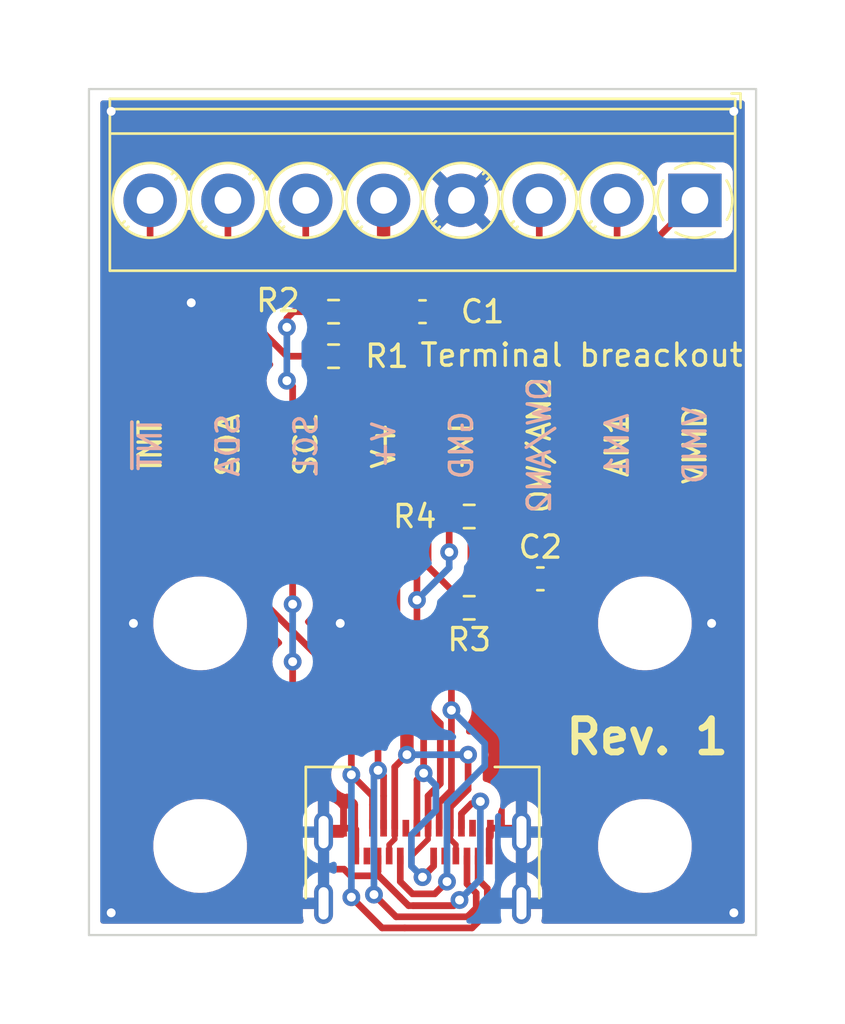
<source format=kicad_pcb>
(kicad_pcb (version 20211014) (generator pcbnew)
  (layers (0 "F.Cu" signal) (31 "B.Cu" signal) (34 "B.Paste" user) (35 "F.Paste" user) (36 "B.SilkS" user "B.Silkscreen") (37 "F.SilkS" user "F.Silkscreen") (38 "B.Mask" user) (39 "F.Mask" user) (44 "Edge.Cuts" user))
  (net 0 "")
  (net 1 "/S_PS")
  (net 2 "GND")
  (net 3 "/~{INT}")
  (net 4 "/SDA")
  (net 5 "/SCL")
  (net 6 "/OW")
  (net 7 "/EV")
  (net 8 "/VMID")
  (net 13 "Net-(C2-Pad1)")
  (footprint "Resistor_SMD:R_0603_1608Metric" (layer "F.Cu") (at 96 76 180)
    (fp_text reference "R2" (at 2.5 0.5) (layer "F.SilkS"))
    (fp_text value "10k")
    (fp_line (start -0.237258 -0.5225) (end 0.237258 -0.5225) (layer "F.SilkS") (width 0.12))
    (fp_line (start -0.237258 0.5225) (end 0.237258 0.5225) (layer "F.SilkS") (width 0.12))
    (pad "1" smd roundrect (at -0.825 0 180) (size 0.8 0.95) (layers "F.Cu" "F.Paste" "F.Mask") (net 1 "/S_PS"))
    (pad "2" smd roundrect (at 0.825 0 180) (size 0.8 0.95) (layers "F.Cu" "F.Paste" "F.Mask") (net 5 "/SCL"))
  )
  (footprint "Resistor_SMD:R_0603_1608Metric" (layer "F.Cu") (at 96 78 180)
    (fp_text reference "R1" (at -2.4 0) (layer "F.SilkS"))
    (fp_text value "10k")
    (fp_line (start -0.237258 0.5225) (end 0.237258 0.5225) (layer "F.SilkS") (width 0.12))
    (fp_line (start -0.237258 -0.5225) (end 0.237258 -0.5225) (layer "F.SilkS") (width 0.12))
    (pad "1" smd roundrect (at -0.825 0 180) (size 0.8 0.95) (layers "F.Cu" "F.Paste" "F.Mask") (net 1 "/S_PS"))
    (pad "2" smd roundrect (at 0.825 0 180) (size 0.8 0.95) (layers "F.Cu" "F.Paste" "F.Mask") (net 4 "/SDA"))
  )
  (footprint "Resistor_SMD:R_0603_1608Metric" (layer "F.Cu") (at 102.1 89.3 180)
    (fp_text reference "R3" (at 0 -1.43) (layer "F.SilkS"))
    (fp_text value "60")
    (fp_line (start -0.237258 0.5225) (end 0.237258 0.5225) (layer "F.SilkS") (width 0.12))
    (fp_line (start -0.237258 -0.5225) (end 0.237258 -0.5225) (layer "F.SilkS") (width 0.12))
    (pad "1" smd roundrect (at -0.825 0 180) (size 0.8 0.95) (layers "F.Cu" "F.Paste" "F.Mask") (net 13 "Net-(C2-Pad1)"))
    (pad "2" smd roundrect (at 0.825 0 180) (size 0.8 0.95) (layers "F.Cu" "F.Paste" "F.Mask") (net 7 "/EV"))
  )
  (footprint "Capacitor_SMD:C_0603_1608Metric" (layer "F.Cu") (at 105.3 88)
    (fp_text reference "C2" (at 0 -1.43) (layer "F.SilkS"))
    (fp_text value "4.7nF")
    (fp_line (start -0.14058 -0.51) (end 0.14058 -0.51) (layer "F.SilkS") (width 0.12))
    (fp_line (start -0.14058 0.51) (end 0.14058 0.51) (layer "F.SilkS") (width 0.12))
    (pad "1" smd roundrect (at -0.775 0) (size 0.9 0.95) (layers "F.Cu" "F.Paste" "F.Mask") (net 13 "Net-(C2-Pad1)"))
    (pad "2" smd roundrect (at 0.775 0) (size 0.9 0.95) (layers "F.Cu" "F.Paste" "F.Mask") (net 2 "GND"))
  )
  (footprint "MountingHole:MountingHole_3.2mm_M3" (layer "F.Cu") (at 90 100)
    (fp_text reference "H3" hide)
    (fp_text value "MountingHole")
    (pad "" np_thru_hole circle (at 0 0) (size 3.2 3.2) (drill 3.2) (layers *.Cu *.Mask))
  )
  (footprint "MountingHole:MountingHole_3.2mm_M3" (layer "F.Cu") (at 110 90)
    (fp_text reference "H1" hide)
    (fp_text value "MountingHole")
    (pad "" np_thru_hole circle (at 0 0) (size 3.2 3.2) (drill 3.2) (layers *.Cu *.Mask))
  )
  (footprint "Capacitor_SMD:C_0603_1608Metric" (layer "F.Cu") (at 100 76)
    (fp_text reference "C1" (at 2.7 0) (layer "F.SilkS"))
    (fp_text value "0.1uF")
    (fp_line (start -0.14058 -0.51) (end 0.14058 -0.51) (layer "F.SilkS") (width 0.12))
    (fp_line (start -0.14058 0.51) (end 0.14058 0.51) (layer "F.SilkS") (width 0.12))
    (pad "1" smd roundrect (at -0.775 0) (size 0.9 0.95) (layers "F.Cu" "F.Paste" "F.Mask") (net 1 "/S_PS"))
    (pad "2" smd roundrect (at 0.775 0) (size 0.9 0.95) (layers "F.Cu" "F.Paste" "F.Mask") (net 2 "GND"))
  )
  (footprint "custom_footprints:USB_C_Receptacle_Amphenol_12401861XX12A" (layer "F.Cu") (at 100 100.45)
    (fp_text reference "J1" hide)
    (fp_text value "USB_C_Receptacle")
    (fp_line (start 5.25 -4) (end 5.25 1.89) (layer "F.SilkS") (width 0.12))
    (fp_line (start -5.25 -4) (end -5.25 1.89) (layer "F.SilkS") (width 0.12))
    (fp_line (start 3.25 -4) (end 5.25 -4) (layer "F.SilkS") (width 0.12))
    (fp_line (start -5.25 -4) (end -3.25 -4) (layer "F.SilkS") (width 0.12))
    (pad "A1" smd rect (at -3.05 -1.25) (size 0.3 0.75) (layers "F.Cu" "F.Paste" "F.Mask") (net 2 "GND"))
    (pad "A2" smd rect (at -2.25 -1.25) (size 0.3 0.75) (layers "F.Cu" "F.Paste" "F.Mask") (net 3 "/~{INT}"))
    (pad "A3" smd rect (at -1.75 -1.25) (size 0.3 0.75) (layers "F.Cu" "F.Paste" "F.Mask") (net 4 "/SDA"))
    (pad "A4" smd rect (at -1.25 -1.25) (size 0.3 0.75) (layers "F.Cu" "F.Paste" "F.Mask") (net 1 "/S_PS"))
    (pad "A5" smd rect (at -0.75 -1.25) (size 0.3 0.75) (layers "F.Cu" "F.Paste" "F.Mask"))
    (pad "A6" smd rect (at -0.25 -1.25) (size 0.3 0.75) (layers "F.Cu" "F.Paste" "F.Mask") (net 6 "/OW"))
    (pad "A7" smd rect (at 0.25 -1.25) (size 0.3 0.75) (layers "F.Cu" "F.Paste" "F.Mask") (net 7 "/EV"))
    (pad "A8" smd rect (at 0.75 -1.25) (size 0.3 0.75) (layers "F.Cu" "F.Paste" "F.Mask") (net 8 "/VMID"))
    (pad "A9" smd rect (at 1.25 -1.25) (size 0.3 0.75) (layers "F.Cu" "F.Paste" "F.Mask") (net 1 "/S_PS"))
    (pad "A10" smd rect (at 1.75 -1.25) (size 0.3 0.75) (layers "F.Cu" "F.Paste" "F.Mask") (net 5 "/SCL"))
    (pad "A11" smd rect (at 2.25 -1.25) (size 0.3 0.75) (layers "F.Cu" "F.Paste" "F.Mask"))
    (pad "A12" smd rect (at 3.05 -1.25) (size 0.3 0.75) (layers "F.Cu" "F.Paste" "F.Mask") (net 2 "GND"))
    (pad "B1" smd rect (at 3 0) (size 0.3 0.75) (layers "F.Cu" "F.Paste" "F.Mask") (net 2 "GND"))
    (pad "B2" smd rect (at 2.5 0) (size 0.3 0.75) (layers "F.Cu" "F.Paste" "F.Mask") (net 3 "/~{INT}"))
    (pad "B3" smd rect (at 2 0) (size 0.3 0.75) (layers "F.Cu" "F.Paste" "F.Mask") (net 4 "/SDA"))
    (pad "B4" smd rect (at 1.5 0) (size 0.3 0.75) (layers "F.Cu" "F.Paste" "F.Mask") (net 1 "/S_PS"))
    (pad "B5" smd rect (at 1 0) (size 0.3 0.75) (layers "F.Cu" "F.Paste" "F.Mask"))
    (pad "B6" smd rect (at 0.5 0) (size 0.3 0.75) (layers "F.Cu" "F.Paste" "F.Mask") (net 6 "/OW"))
    (pad "B7" smd rect (at -0.5 0) (size 0.3 0.75) (layers "F.Cu" "F.Paste" "F.Mask") (net 7 "/EV"))
    (pad "B8" smd rect (at -1 0) (size 0.3 0.75) (layers "F.Cu" "F.Paste" "F.Mask") (net 8 "/VMID"))
    (pad "B9" smd rect (at -1.5 0) (size 0.3 0.75) (layers "F.Cu" "F.Paste" "F.Mask") (net 1 "/S_PS"))
    (pad "B10" smd rect (at -2 0) (size 0.3 0.75) (layers "F.Cu" "F.Paste" "F.Mask") (net 5 "/SCL"))
    (pad "B11" smd rect (at -2.5 0) (size 0.3 0.75) (layers "F.Cu" "F.Paste" "F.Mask"))
    (pad "B12" smd rect (at -3 0) (size 0.3 0.75) (layers "F.Cu" "F.Paste" "F.Mask") (net 2 "GND"))
    (pad "S1" smd rect (at -3.55 -1.25) (size 0.3 0.75) (layers "F.Cu" "F.Paste" "F.Mask") (net 2 "GND"))
    (pad "S1" thru_hole oval (at 4.45 2.125) (size 0.85 1.85) (drill oval 0.45 1.45) (layers *.Cu *.Mask) (net 2 "GND"))
    (pad "S1" thru_hole oval (at -4.45 -1.075) (size 0.85 1.85) (drill oval 0.45 1.45) (layers *.Cu *.Mask) (net 2 "GND"))
    (pad "S1" thru_hole oval (at 4.45 -1.075) (size 0.85 1.85) (drill oval 0.45 1.45) (layers *.Cu *.Mask) (net 2 "GND"))
    (pad "S1" smd rect (at 3.55 -1.25) (size 0.3 0.75) (layers "F.Cu" "F.Paste" "F.Mask") (net 2 "GND"))
    (pad "S1" thru_hole oval (at -4.45 2.125) (size 0.85 1.85) (drill oval 0.45 1.45) (layers *.Cu *.Mask) (net 2 "GND"))
  )
  (footprint "MountingHole:MountingHole_3.2mm_M3" (layer "F.Cu") (at 110 100)
    (fp_text reference "H4" hide)
    (fp_text value "MountingHole")
    (pad "" np_thru_hole circle (at 0 0) (size 3.2 3.2) (drill 3.2) (layers *.Cu *.Mask))
  )
  (footprint "TerminalBlock_Phoenix:TerminalBlock_Phoenix_PT-1,5-8-3.5-H_1x08_P3.50mm_Horizontal" (layer "F.Cu") (at 112.25 71 180)
    (fp_text reference "J2" hide)
    (fp_text value "Screw_Terminal_01x08")
    (fp_line (start 16.355 0.941) (end 16.226 1.069) (layer "F.SilkS") (width 0.12))
    (fp_line (start 18.57 -1.275) (end 18.476 -1.181) (layer "F.SilkS") (width 0.12))
    (fp_line (start -2.05 4.8) (end -1.65 4.8) (layer "F.SilkS") (width 0.12))
    (fp_line (start 22.275 -1.069) (end 22.146 -0.941) (layer "F.SilkS") (width 0.12))
    (fp_line (start 23.525 1.181) (end 23.431 1.274) (layer "F.SilkS") (width 0.12))
    (fp_line (start -2.05 4.16) (end -2.05 4.8) (layer "F.SilkS") (width 0.12))
    (fp_line (start 6.025 1.181) (end 5.931 1.274) (layer "F.SilkS") (width 0.12))
    (fp_line (start 13.025 1.181) (end 12.931 1.274) (layer "F.SilkS") (width 0.12))
    (fp_line (start 9.355 0.941) (end 9.226 1.069) (layer "F.SilkS") (width 0.12))
    (fp_line (start 18.775 -1.069) (end 18.646 -0.941) (layer "F.SilkS") (width 0.12))
    (fp_line (start 25.57 -1.275) (end 25.476 -1.181) (layer "F.SilkS") (width 0.12))
    (fp_line (start 19.855 0.941) (end 19.726 1.069) (layer "F.SilkS") (width 0.12))
    (fp_line (start 22.07 -1.275) (end 21.976 -1.181) (layer "F.SilkS") (width 0.12))
    (fp_line (start -1.81 3) (end 26.31 3) (layer "F.SilkS") (width 0.12))
    (fp_line (start 15.07 -1.275) (end 14.976 -1.181) (layer "F.SilkS") (width 0.12))
    (fp_line (start 4.775 -1.069) (end 4.646 -0.941) (layer "F.SilkS") (width 0.12))
    (fp_line (start 12.855 0.941) (end 12.726 1.069) (layer "F.SilkS") (width 0.12))
    (fp_line (start 20.025 1.181) (end 19.931 1.274) (layer "F.SilkS") (width 0.12))
    (fp_line (start 5.855 0.941) (end 5.726 1.069) (layer "F.SilkS") (width 0.12))
    (fp_line (start -1.81 -3.16) (end -1.81 4.56) (layer "F.SilkS") (width 0.12))
    (fp_line (start 23.355 0.941) (end 23.226 1.069) (layer "F.SilkS") (width 0.12))
    (fp_line (start -1.81 -3.16) (end 26.31 -3.16) (layer "F.SilkS") (width 0.12))
    (fp_line (start 16.525 1.181) (end 16.431 1.274) (layer "F.SilkS") (width 0.12))
    (fp_line (start 2.525 1.181) (end 2.431 1.274) (layer "F.SilkS") (width 0.12))
    (fp_line (start 8.275 -1.069) (end 8.146 -0.941) (layer "F.SilkS") (width 0.12))
    (fp_line (start 15.275 -1.069) (end 15.146 -0.941) (layer "F.SilkS") (width 0.12))
    (fp_line (start -1.81 4.1) (end 26.31 4.1) (layer "F.SilkS") (width 0.12))
    (fp_line (start -1.81 4.56) (end 26.31 4.56) (layer "F.SilkS") (width 0.12))
    (fp_line (start 11.775 -1.069) (end 11.646 -0.941) (layer "F.SilkS") (width 0.12))
    (fp_line (start 25.775 -1.069) (end 25.646 -0.941) (layer "F.SilkS") (width 0.12))
    (fp_line (start 26.31 -3.16) (end 26.31 4.56) (layer "F.SilkS") (width 0.12))
    (fp_line (start 2.355 0.941) (end 2.226 1.069) (layer "F.SilkS") (width 0.12))
    (fp_line (start 11.57 -1.275) (end 11.476 -1.181) (layer "F.SilkS") (width 0.12))
    (fp_line (start 9.525 1.181) (end 9.431 1.274) (layer "F.SilkS") (width 0.12))
    (fp_line (start 8.07 -1.275) (end 7.976 -1.181) (layer "F.SilkS") (width 0.12))
    (fp_line (start 4.57 -1.275) (end 4.476 -1.181) (layer "F.SilkS") (width 0.12))
    (fp_arc (start 0.028674 1.680099) (mid -0.435535 1.622918) (end -0.866 1.44) (layer "F.SilkS") (width 0.12))
    (fp_arc (start -1.425358 0.889894) (mid -1.680286 0.014012) (end -1.44 -0.866) (layer "F.SilkS") (width 0.12))
    (fp_arc (start -0.889894 -1.425358) (mid -0.014012 -1.680286) (end 0.866 -1.44) (layer "F.SilkS") (width 0.12))
    (fp_arc (start 1.425504 -0.890193) (mid 1.680626 0.000476) (end 1.425 0.891) (layer "F.SilkS") (width 0.12))
    (fp_arc (start 0.890264 1.424721) (mid 0.463071 1.61492) (end 0 1.68) (layer "F.SilkS") (width 0.12))
    (fp_circle (center 21 0) (end 22.68 0) (layer "F.SilkS") (width 0.12) (fill none))
    (fp_circle (center 10.5 0) (end 12.18 0) (layer "F.SilkS") (width 0.12) (fill none))
    (fp_circle (center 7 0) (end 8.68 0) (layer "F.SilkS") (width 0.12) (fill none))
    (fp_circle (center 3.5 0) (end 5.18 0) (layer "F.SilkS") (width 0.12) (fill none))
    (fp_circle (center 24.5 0) (end 26.18 0) (layer "F.SilkS") (width 0.12) (fill none))
    (fp_circle (center 14 0) (end 15.68 0) (layer "F.SilkS") (width 0.12) (fill none))
    (fp_circle (center 17.5 0) (end 19.18 0) (layer "F.SilkS") (width 0.12) (fill none))
    (pad "1" thru_hole rect (at 0 0 180) (size 2.4 2.4) (drill 1.2) (layers *.Cu *.Mask) (net 8 "/VMID"))
    (pad "2" thru_hole circle (at 3.5 0 180) (size 2.4 2.4) (drill 1.2) (layers *.Cu *.Mask) (net 7 "/EV"))
    (pad "3" thru_hole circle (at 7 0 180) (size 2.4 2.4) (drill 1.2) (layers *.Cu *.Mask) (net 6 "/OW"))
    (pad "4" thru_hole circle (at 10.5 0 180) (size 2.4 2.4) (drill 1.2) (layers *.Cu *.Mask) (net 2 "GND"))
    (pad "5" thru_hole circle (at 14 0 180) (size 2.4 2.4) (drill 1.2) (layers *.Cu *.Mask) (net 1 "/S_PS"))
    (pad "6" thru_hole circle (at 17.5 0 180) (size 2.4 2.4) (drill 1.2) (layers *.Cu *.Mask) (net 5 "/SCL"))
    (pad "7" thru_hole circle (at 21 0 180) (size 2.4 2.4) (drill 1.2) (layers *.Cu *.Mask) (net 4 "/SDA"))
    (pad "8" thru_hole circle (at 24.5 0 180) (size 2.4 2.4) (drill 1.2) (layers *.Cu *.Mask) (net 3 "/~{INT}"))
  )
  (footprint "Resistor_SMD:R_0603_1608Metric" (layer "F.Cu") (at 102.1 85.2)
    (fp_text reference "R4" (at -2.45 0) (layer "F.SilkS"))
    (fp_text value "60")
    (fp_line (start -0.237258 0.5225) (end 0.237258 0.5225) (layer "F.SilkS") (width 0.12))
    (fp_line (start -0.237258 -0.5225) (end 0.237258 -0.5225) (layer "F.SilkS") (width 0.12))
    (pad "1" smd roundrect (at -0.825 0) (size 0.8 0.95) (layers "F.Cu" "F.Paste" "F.Mask") (net 6 "/OW"))
    (pad "2" smd roundrect (at 0.825 0) (size 0.8 0.95) (layers "F.Cu" "F.Paste" "F.Mask") (net 13 "Net-(C2-Pad1)"))
  )
  (footprint "MountingHole:MountingHole_3.2mm_M3" (layer "F.Cu") (at 90 90)
    (fp_text reference "H2" hide)
    (fp_text value "MountingHole")
    (pad "" np_thru_hole circle (at 0 0) (size 3.2 3.2) (drill 3.2) (layers *.Cu *.Mask))
  )
  (gr_line (start 85 104) (end 85 66) (layer "Edge.Cuts") (width 0.1))
  (gr_line (start 115 104) (end 85 104) (layer "Edge.Cuts") (width 0.1))
  (gr_line (start 85 66) (end 115 66) (layer "Edge.Cuts") (width 0.1))
  (gr_line (start 115 66) (end 115 104) (layer "Edge.Cuts") (width 0.1))
  (gr_text "V+" (at 98.255 82 90) (layer "B.SilkS") (effects (font (size 1 1)) (justify mirror)))
  (gr_text "~{INT}" (at 87.755 82 90) (layer "B.SilkS") (effects (font (size 1 1)) (justify mirror)))
  (gr_text "SDA" (at 91.255 82 90) (layer "B.SilkS") (effects (font (size 1 1)) (justify mirror)))
  (gr_text "OW/AN2" (at 105.255 82 90) (layer "B.SilkS") (effects (font (size 1 1)) (justify mirror)))
  (gr_text "GND" (at 101.755 82 90) (layer "B.SilkS") (effects (font (size 1 1)) (justify mirror)))
  (gr_text "SCL" (at 94.755 82 90) (layer "B.SilkS") (effects (font (size 1 1)) (justify mirror)))
  (gr_text "AN1" (at 108.755 82 90) (layer "B.SilkS") (effects (font (size 1 1)) (justify mirror)))
  (gr_text "VMID" (at 112.255 82 90) (layer "B.SilkS") (effects (font (size 1 1)) (justify mirror)))
  (gr_text "V+" (at 98.25 82 90) (layer "F.SilkS") (effects (font (size 1 1))))
  (gr_text "Terminal breackout" (at 107.15 77.95) (layer "F.SilkS") (effects (font (size 1 1))))
  (gr_text "Rev. 1" (at 110.1 95.1) (layer "F.SilkS") (effects (font (size 1.5 1.5) (thickness 0.3))))
  (gr_text "OW/AN2" (at 105.25 82 90) (layer "F.SilkS") (effects (font (size 1 1))))
  (gr_text "VMID" (at 112.25 82 90) (layer "F.SilkS") (effects (font (size 1 1))))
  (gr_text "SCL" (at 94.75 82 90) (layer "F.SilkS") (effects (font (size 1 1))))
  (gr_text "~{INT}" (at 87.75 82 90) (layer "F.SilkS") (effects (font (size 1 1))))
  (gr_text "GND" (at 101.75 82 90) (layer "F.SilkS") (effects (font (size 1 1))))
  (gr_text "AN1" (at 108.75 82 90) (layer "F.SilkS") (effects (font (size 1 1))))
  (gr_text "SDA" (at 91.25 82 90) (layer "F.SilkS") (effects (font (size 1 1))))
  (segment (start 98.75 99.69) (end 98.5 99.94) (width 0.25) (layer "F.Cu") (net 1))
  (segment (start 101.25 99.2) (end 101.25 99.69) (width 0.25) (layer "F.Cu") (net 1))
  (segment (start 98.75 99.2) (end 98.75 99.69) (width 0.25) (layer "F.Cu") (net 1))
  (segment (start 98.75 96.45) (end 99.3 95.9) (width 0.3) (layer "F.Cu") (net 1))
  (segment (start 102.0495 97.457607) (end 101.25 98.257107) (width 0.3) (layer "F.Cu") (net 1))
  (segment (start 101.25 98.257107) (end 101.25 99.2) (width 0.3) (layer "F.Cu") (net 1))
  (segment (start 98.75 99.2) (end 98.75 96.45) (width 0.3) (layer "F.Cu") (net 1))
  (segment (start 98.7 94.3) (end 98.7 79.875) (width 0.6) (layer "F.Cu") (net 1))
  (segment (start 99.3 94.9) (end 98.7 94.3) (width 0.6) (layer "F.Cu") (net 1))
  (segment (start 98.2 76) (end 99.225 76) (width 0.6) (layer "F.Cu") (net 1))
  (segment (start 96.825 78) (end 96.825 76) (width 0.6) (layer "F.Cu") (net 1))
  (segment (start 98.25 75.95) (end 98.25 71) (width 0.6) (layer "F.Cu") (net 1))
  (segment (start 98.5 99.94) (end 98.5 100.45) (width 0.25) (layer "F.Cu") (net 1))
  (segment (start 101.5 99.94) (end 101.5 100.45) (width 0.25) (layer "F.Cu") (net 1))
  (segment (start 101.25 99.69) (end 101.5 99.94) (width 0.25) (layer "F.Cu") (net 1))
  (segment (start 98.2 76) (end 98.25 75.95) (width 0.6) (layer "F.Cu") (net 1))
  (segment (start 99.3 95.9) (end 99.3 94.9) (width 0.6) (layer "F.Cu") (net 1))
  (segment (start 98.7 79.875) (end 96.825 78) (width 0.6) (layer "F.Cu") (net 1))
  (segment (start 96.825 76) (end 98.2 76) (width 0.6) (layer "F.Cu") (net 1))
  (segment (start 102.0495 95.9) (end 102.0495 97.457607) (width 0.3) (layer "F.Cu") (net 1))
  (via (at 102.0495 95.9) (size 0.8) (drill 0.4) (layers "F.Cu" "B.Cu") (net 1))
  (via (at 99.3 95.9) (size 0.8) (drill 0.4) (layers "F.Cu" "B.Cu") (net 1))
  (segment (start 102.0495 95.9) (end 99.3 95.9) (width 0.3) (layer "B.Cu") (net 1))
  (segment (start 96.95 98.15) (end 96.6 97.8) (width 0.3) (layer "F.Cu") (net 2))
  (segment (start 103 99.25) (end 103.05 99.2) (width 0.3) (layer "F.Cu") (net 2))
  (segment (start 103 100.45) (end 103 99.25) (width 0.3) (layer "F.Cu") (net 2))
  (segment (start 97 100.45) (end 97 99.25) (width 0.3) (layer "F.Cu") (net 2))
  (segment (start 96.45 97.95) (end 96.6 97.8) (width 0.3) (layer "F.Cu") (net 2))
  (segment (start 96.45 99.2) (end 96.45 97.95) (width 0.3) (layer "F.Cu") (net 2))
  (segment (start 96.95 99.2) (end 96.95 98.15) (width 0.3) (layer "F.Cu") (net 2))
  (segment (start 97 99.25) (end 96.95 99.2) (width 0.3) (layer "F.Cu") (net 2))
  (via (at 114 103) (size 0.8) (drill 0.4) (layers "F.Cu" "B.Cu") (net 2))
  (via (at 89.6 75.6) (size 0.8) (drill 0.4) (layers "F.Cu" "B.Cu") (net 2))
  (via (at 114 67) (size 0.8) (drill 0.4) (layers "F.Cu" "B.Cu") (net 2))
  (via (at 96.3 90) (size 0.8) (drill 0.4) (layers "F.Cu" "B.Cu") (net 2))
  (via (at 86 103) (size 0.8) (drill 0.4) (layers "F.Cu" "B.Cu") (net 2))
  (via (at 113 90) (size 0.8) (drill 0.4) (layers "F.Cu" "B.Cu") (net 2))
  (via (at 86 67) (size 0.8) (drill 0.4) (layers "F.Cu" "B.Cu") (net 2))
  (via (at 87 90) (size 0.8) (drill 0.4) (layers "F.Cu" "B.Cu") (net 2))
  (segment (start 102.913557 101.907706) (end 102.913557 102.99355) (width 0.3) (layer "F.Cu") (net 3))
  (segment (start 97.75 98.15) (end 97.75 97.75) (width 0.3) (layer "F.Cu") (net 3))
  (segment (start 98.18 103.68) (end 96.8 102.3) (width 0.3) (layer "F.Cu") (net 3))
  (segment (start 102.913557 102.99355) (end 102.753553 103.153554) (width 0.3) (layer "F.Cu") (net 3))
  (segment (start 102.227107 103.68) (end 99.2 103.68) (width 0.3) (layer "F.Cu") (net 3))
  (segment (start 99.2 103.68) (end 98.18 103.68) (width 0.3) (layer "F.Cu") (net 3))
  (segment (start 97.75 99.2) (end 97.75 98.15) (width 0.3) (layer "F.Cu") (net 3))
  (segment (start 97.75 97.75) (end 96.8 96.8) (width 0.3) (layer "F.Cu") (net 3))
  (segment (start 102.5 101.49415) (end 102.913557 101.907706) (width 0.3) (layer "F.Cu") (net 3))
  (segment (start 87.75 83.95) (end 87.75 71) (width 0.3) (layer "F.Cu") (net 3))
  (segment (start 102.753553 103.153554) (end 102.227107 103.68) (width 0.3) (layer "F.Cu") (net 3))
  (segment (start 102.5 100.45) (end 102.5 101.49415) (width 0.3) (layer "F.Cu") (net 3))
  (segment (start 96.8 96.8) (end 96.8 93) (width 0.3) (layer "F.Cu") (net 3))
  (segment (start 96.8 93) (end 87.75 83.95) (width 0.3) (layer "F.Cu") (net 3))
  (via (at 96.8 96.8) (size 0.8) (drill 0.4) (layers "F.Cu" "B.Cu") (net 3))
  (via (at 96.8 102.3) (size 0.8) (drill 0.4) (layers "F.Cu" "B.Cu") (net 3))
  (segment (start 96.8 102.3) (end 96.8 96.8) (width 0.3) (layer "B.Cu") (net 3))
  (segment (start 102 100.45) (end 102 101.701256) (width 0.3) (layer "F.Cu") (net 4))
  (segment (start 98.81294 103.18) (end 97.81647 102.18353) (width 0.3) (layer "F.Cu") (net 4))
  (segment (start 95.175 86.375) (end 95.175 78) (width 0.3) (layer "F.Cu") (net 4))
  (segment (start 98 96.6) (end 98 89.2) (width 0.3) (layer "F.Cu") (net 4))
  (segment (start 102.1 103.1) (end 102.02 103.18) (width 0.3) (layer "F.Cu") (net 4))
  (segment (start 102.413557 102.786443) (end 102.1 103.1) (width 0.3) (layer "F.Cu") (net 4))
  (segment (start 102.413557 102.3) (end 102.413557 102.786443) (width 0.3) (layer "F.Cu") (net 4))
  (segment (start 98.25 96.85) (end 98 96.6) (width 0.3) (layer "F.Cu") (net 4))
  (segment (start 102 101.701256) (end 102.413557 102.114813) (width 0.3) (layer "F.Cu") (net 4))
  (segment (start 102.02 103.18) (end 98.81294 103.18) (width 0.3) (layer "F.Cu") (net 4))
  (segment (start 98 89.2) (end 95.175 86.375) (width 0.3) (layer "F.Cu") (net 4))
  (segment (start 98.25 97.75) (end 98.25 96.85) (width 0.3) (layer "F.Cu") (net 4))
  (segment (start 93.9 78) (end 91.25 75.35) (width 0.3) (layer "F.Cu") (net 4))
  (segment (start 91.25 75.35) (end 91.25 71) (width 0.3) (layer "F.Cu") (net 4))
  (segment (start 95.175 78) (end 93.9 78) (width 0.3) (layer "F.Cu") (net 4))
  (segment (start 102.413557 102.114813) (end 102.413557 102.3) (width 0.3) (layer "F.Cu") (net 4))
  (segment (start 98.25 99.2) (end 98.25 97.75) (width 0.3) (layer "F.Cu") (net 4))
  (via (at 97.81647 102.18353) (size 0.8) (drill 0.4) (layers "F.Cu" "B.Cu") (net 4))
  (via (at 98 96.6) (size 0.8) (drill 0.4) (layers "F.Cu" "B.Cu") (net 4))
  (segment (start 97.81647 102.18353) (end 97.81647 96.78353) (width 0.3) (layer "B.Cu") (net 4))
  (segment (start 97.81647 96.78353) (end 98 96.6) (width 0.3) (layer "B.Cu") (net 4))
  (segment (start 95.175 76) (end 95.175 73.375) (width 0.3) (layer "F.Cu") (net 5))
  (segment (start 94.95 101.04) (end 94.16 100.25) (width 0.3) (layer "F.Cu") (net 5))
  (segment (start 94.16 89.14) (end 94.16 79.36) (width 0.3) (layer "F.Cu") (net 5))
  (segment (start 99.58 102.68) (end 101.409031 102.68) (width 0.3) (layer "F.Cu") (net 5))
  (segment (start 99.58 102.68) (end 101.32 102.68) (width 0.3) (layer "F.Cu") (net 5))
  (segment (start 101.75 99.2) (end 101.75 98.55) (width 0.3) (layer "F.Cu") (net 5))
  (segment (start 98.032894 101.34) (end 98.991447 102.298553) (width 0.3) (layer "F.Cu") (net 5))
  (segment (start 94.16 100.25) (end 94.16 93.9) (width 0.3) (layer "F.Cu") (net 5))
  (segment (start 97.86 101.28) (end 97.8 101.34) (width 0.3) (layer "F.Cu") (net 5))
  (segment (start 99.372894 102.68) (end 99.58 102.68) (width 0.3) (layer "F.Cu") (net 5))
  (segment (start 101.409031 102.68) (end 101.663557 102.425474) (width 0.3) (layer "F.Cu") (net 5))
  (segment (start 94.16 93.9) (end 94.16 91.72) (width 0.3) (layer "F.Cu") (net 5))
  (segment (start 98 101.14) (end 97.86 101.28) (width 0.3) (layer "F.Cu") (net 5))
  (segment (start 97.8 101.34) (end 98.032894 101.34) (width 0.3) (layer "F.Cu") (net 5))
  (segment (start 94.75 72.95) (end 94.75 71) (width 0.3) (layer "F.Cu") (net 5))
  (segment (start 94.16 79.36) (end 93.9 79.1) (width 0.3) (layer "F.Cu") (net 5))
  (segment (start 94.2 76) (end 93.9 76.3) (width 0.3) (layer "F.Cu") (net 5))
  (segment (start 102.5 98.1) (end 102.6 98) (width 0.3) (layer "F.Cu") (net 5))
  (segment (start 95.175 76) (end 94.2 76) (width 0.3) (layer "F.Cu") (net 5))
  (segment (start 98 100.45) (end 98 101.14) (width 0.3) (layer "F.Cu") (net 5))
  (segment (start 97.8 101.34) (end 96.77 101.34) (width 0.3) (layer "F.Cu") (net 5))
  (segment (start 96.47 101.04) (end 94.95 101.04) (width 0.3) (layer "F.Cu") (net 5))
  (segment (start 95.175 73.375) (end 94.75 72.95) (width 0.3) (layer "F.Cu") (net 5))
  (segment (start 102.2 98.1) (end 102.5 98.1) (width 0.3) (layer "F.Cu") (net 5))
  (segment (start 96.77 101.34) (end 96.47 101.04) (width 0.3) (layer "F.Cu") (net 5))
  (segment (start 93.9 76.3) (end 93.9 76.7) (width 0.3) (layer "F.Cu") (net 5))
  (segment (start 101.75 98.55) (end 102.2 98.1) (width 0.3) (layer "F.Cu") (net 5))
  (segment (start 98.991447 102.298553) (end 99.372894 102.68) (width 0.3) (layer "F.Cu") (net 5))
  (via (at 93.9 76.7) (size 0.8) (drill 0.4) (layers "F.Cu" "B.Cu") (net 5))
  (via (at 94.16 89.14) (size 0.8) (drill 0.4) (layers "F.Cu" "B.Cu") (net 5))
  (via (at 102.6 98) (size 0.8) (drill 0.4) (layers "F.Cu" "B.Cu") (net 5))
  (via (at 94.16 91.72) (size 0.8) (drill 0.4) (layers "F.Cu" "B.Cu") (net 5))
  (via (at 93.9 79.1) (size 0.8) (drill 0.4) (layers "F.Cu" "B.Cu") (net 5))
  (via (at 101.663557 102.425474) (size 0.8) (drill 0.4) (layers "F.Cu" "B.Cu") (net 5))
  (segment (start 102.6 98) (end 102.6 100.9) (width 0.3) (layer "B.Cu") (net 5))
  (segment (start 102.6 101.489031) (end 101.663557 102.425474) (width 0.3) (layer "B.Cu") (net 5))
  (segment (start 102.6 100.9) (end 102.6 101.489031) (width 0.3) (layer "B.Cu") (net 5))
  (segment (start 94.16 91.72) (end 94.16 89.14) (width 0.3) (layer "B.Cu") (net 5))
  (segment (start 102.6 100.9) (end 102.6 101.33) (width 0.3) (layer "B.Cu") (net 5))
  (segment (start 93.9 79.1) (end 93.9 76.7) (width 0.3) (layer "B.Cu") (net 5))
  (segment (start 99.75 78.95) (end 105.25 73.45) (width 0.3) (layer "F.Cu") (net 6))
  (segment (start 99.75 99.2) (end 99.75 97.030477) (width 0.3) (layer "F.Cu") (net 6))
  (segment (start 99.75 97.030477) (end 100.0505 96.729977) (width 0.3) (layer "F.Cu") (net 6))
  (segment (start 101.2 86.8) (end 101.2 85.275) (width 0.3) (layer "F.Cu") (net 6))
  (segment (start 101.2 85.275) (end 101.275 85.2) (width 0.25) (layer "F.Cu") (net 6))
  (segment (start 99.75 94.25) (end 99.75 78.95) (width 0.3) (layer "F.Cu") (net 6))
  (segment (start 100.5 100.9) (end 100 101.4) (width 0.3) (layer "F.Cu") (net 6))
  (segment (start 100.5 100.45) (end 100.5 100.9) (width 0.3) (layer "F.Cu") (net 6))
  (segment (start 100.0505 96.729977) (end 100.0505 94.5505) (width 0.3) (layer "F.Cu") (net 6))
  (segment (start 100.0505 94.5505) (end 99.75 94.25) (width 0.3) (layer "F.Cu") (net 6))
  (segment (start 105.25 73.45) (end 105.25 71) (width 0.3) (layer "F.Cu") (net 6))
  (via (at 100 101.4) (size 0.8) (drill 0.4) (layers "F.Cu" "B.Cu") (net 6))
  (via (at 99.75 88.95) (size 0.8) (drill 0.4) (layers "F.Cu" "B.Cu") (net 6))
  (via (at 100.0505 96.729977) (size 0.8) (drill 0.4) (layers "F.Cu" "B.Cu") (net 6))
  (via (at 101.2 86.8) (size 0.8) (drill 0.4) (layers "F.Cu" "B.Cu") (net 6))
  (segment (start 100.6 97.279477) (end 100.0505 96.729977) (width 0.3) (layer "B.Cu") (net 6))
  (segment (start 99.5 99.5) (end 100.6 98.4) (width 0.3) (layer "B.Cu") (net 6))
  (segment (start 100 101.4) (end 99.5 100.9) (width 0.3) (layer "B.Cu") (net 6))
  (segment (start 101.2 87.5) (end 101.2 86.8) (width 0.3) (layer "B.Cu") (net 6))
  (segment (start 99.5 100.9) (end 99.5 99.5) (width 0.3) (layer "B.Cu") (net 6))
  (segment (start 99.75 88.95) (end 101.2 87.5) (width 0.3) (layer "B.Cu") (net 6))
  (segment (start 100.6 98.4) (end 100.6 97.279477) (width 0.3) (layer "B.Cu") (net 6))
  (segment (start 100.8 94.5) (end 100.25 93.95) (width 0.3) (layer "F.Cu") (net 7))
  (segment (start 100.25 99.7) (end 100.25 99.2) (width 0.25) (layer "F.Cu") (net 7))
  (segment (start 100.25 91.65) (end 100.25 91.35) (width 0.3) (layer "F.Cu") (net 7))
  (segment (start 100.25 81.55) (end 108.75 73.05) (width 0.3) (layer "F.Cu") (net 7))
  (segment (start 100.25 83.35) (end 100.25 81.55) (width 0.3) (layer "F.Cu") (net 7))
  (segment (start 100.25 87.15) (end 100.25 83.35) (width 0.3) (layer "F.Cu") (net 7))
  (segment (start 100.25 87.45) (end 101.275 88.475) (width 0.3) (layer "F.Cu") (net 7))
  (segment (start 101.275 88.475) (end 101.275 89.3) (width 0.3) (layer "F.Cu") (net 7))
  (segment (start 100.25 87.15) (end 100.25 87.45) (width 0.3) (layer "F.Cu") (net 7))
  (segment (start 99.5 100.45) (end 100.25 99.7) (width 0.25) (layer "F.Cu") (net 7))
  (segment (start 100.25 99.2) (end 100.25 97.75) (width 0.3) (layer "F.Cu") (net 7))
  (segment (start 100.25 93.95) (end 100.25 91.65) (width 0.3) (layer "F.Cu") (net 7))
  (segment (start 100.25 97.75) (end 100.8 97.2) (width 0.3) (layer "F.Cu") (net 7))
  (segment (start 108.75 73.05) (end 108.75 71) (width 0.3) (layer "F.Cu") (net 7))
  (segment (start 101.275 90.325) (end 101.275 89.3) (width 0.3) (layer "F.Cu") (net 7))
  (segment (start 100.8 97.2) (end 100.8 94.5) (width 0.3) (layer "F.Cu") (net 7))
  (segment (start 100.25 91.35) (end 101.275 90.325) (width 0.3) (layer "F.Cu") (net 7))
  (segment (start 100.55 102.15) (end 101.1 101.6) (width 0.3) (layer "F.Cu") (net 8))
  (segment (start 101.3 97.5) (end 101.3 93.9) (width 0.3) (layer "F.Cu") (net 8))
  (segment (start 102.175 81.075) (end 112.25 71) (width 0.3) (layer "F.Cu") (net 8))
  (segment (start 99 101.6) (end 99.4 102) (width 0.3) (layer "F.Cu") (net 8))
  (segment (start 99.55 102.15) (end 100.55 102.15) (width 0.3) (layer "F.Cu") (net 8))
  (segment (start 102.175 90.325) (end 102.175 81.075) (width 0.3) (layer "F.Cu") (net 8))
  (segment (start 101.3 93.9) (end 101.3 91.2) (width 0.3) (layer "F.Cu") (net 8))
  (segment (start 100.75 99.2) (end 100.75 98.05) (width 0.3) (layer "F.Cu") (net 8))
  (segment (start 101.3 91.2) (end 102.175 90.325) (width 0.3) (layer "F.Cu") (net 8))
  (segment (start 99 100.45) (end 99 101.6) (width 0.3) (layer "F.Cu") (net 8))
  (segment (start 99.4 102) (end 99.55 102.15) (width 0.3) (layer "F.Cu") (net 8))
  (segment (start 100.75 98.05) (end 101.3 97.5) (width 0.3) (layer "F.Cu") (net 8))
  (via (at 101.3 93.9) (size 0.8) (drill 0.4) (layers "F.Cu" "B.Cu") (net 8))
  (via (at 101.1 101.6) (size 0.8) (drill 0.4) (layers "F.Cu" "B.Cu") (net 8))
  (segment (start 101.1 98.1) (end 102.7995 96.4005) (width 0.3) (layer "B.Cu") (net 8))
  (segment (start 102.7995 96.4005) (end 102.7995 95.3995) (width 0.3) (layer "B.Cu") (net 8))
  (segment (start 102.7995 95.3995) (end 101.3 93.9) (width 0.3) (layer "B.Cu") (net 8))
  (segment (start 101.1 101.6) (end 101.1 98.1) (width 0.3) (layer "B.Cu") (net 8))
  (segment (start 103.85 85.2) (end 104.525 85.875) (width 0.3) (layer "F.Cu") (net 13))
  (segment (start 102.925 85.2) (end 103.85 85.2) (width 0.3) (layer "F.Cu") (net 13))
  (segment (start 104.525 85.875) (end 104.525 88) (width 0.3) (layer "F.Cu") (net 13))
  (segment (start 103.225 89.3) (end 104.525 88) (width 0.3) (layer "F.Cu") (net 13))
  (segment (start 102.925 89.3) (end 103.225 89.3) (width 0.3) (layer "F.Cu") (net 13))
  (zone (net 2) (net_name "GND") (layer "F.Cu") (connect_pads (clearance 0.508)) (min_thickness 0.254) (fill yes (thermal_gap 0.508) (thermal_bridge_width 0.508))
    (polygon (pts (xy 117 106) (xy 83 106) (xy 83 64) (xy 117 64)))
  )
  (zone (net 2) (net_name "GND") (layer "B.Cu") (connect_pads (clearance 0.508)) (min_thickness 0.254) (fill yes (thermal_gap 0.508) (thermal_bridge_width 0.508))
    (polygon (pts (xy 119 108) (xy 81 108) (xy 81 62) (xy 119 62)))
  )
)
</source>
